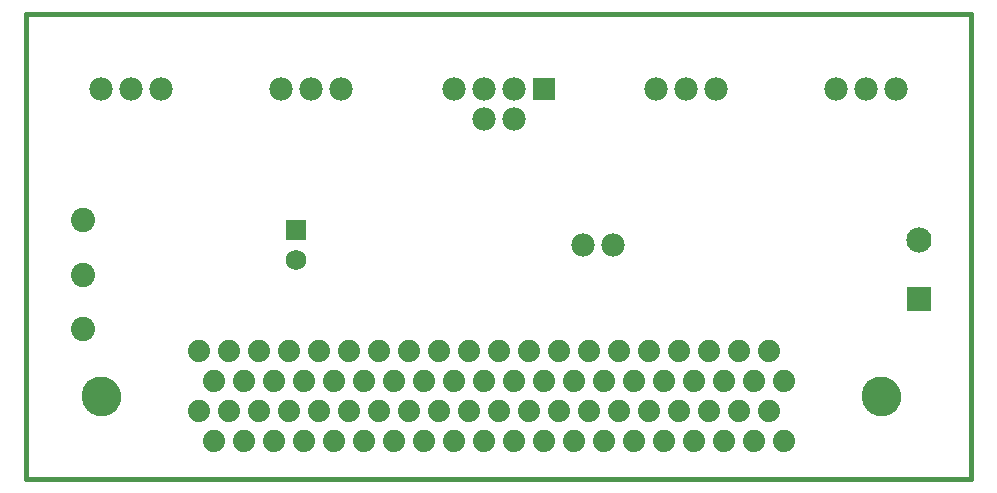
<source format=gbs>
G75*
%MOIN*%
%OFA0B0*%
%FSLAX25Y25*%
%IPPOS*%
%LPD*%
%AMOC8*
5,1,8,0,0,1.08239X$1,22.5*
%
%ADD10C,0.00000*%
%ADD11C,0.12998*%
%ADD12C,0.01600*%
%ADD13C,0.07800*%
%ADD14C,0.06900*%
%ADD15R,0.06900X0.06900*%
%ADD16R,0.07800X0.07800*%
%ADD17R,0.08400X0.08400*%
%ADD18C,0.08400*%
%ADD19C,0.08077*%
%ADD20C,0.07400*%
D10*
X0020501Y0029300D02*
X0020503Y0029458D01*
X0020509Y0029616D01*
X0020519Y0029774D01*
X0020533Y0029932D01*
X0020551Y0030089D01*
X0020572Y0030246D01*
X0020598Y0030402D01*
X0020628Y0030558D01*
X0020661Y0030713D01*
X0020699Y0030866D01*
X0020740Y0031019D01*
X0020785Y0031171D01*
X0020834Y0031322D01*
X0020887Y0031471D01*
X0020943Y0031619D01*
X0021003Y0031765D01*
X0021067Y0031910D01*
X0021135Y0032053D01*
X0021206Y0032195D01*
X0021280Y0032335D01*
X0021358Y0032472D01*
X0021440Y0032608D01*
X0021524Y0032742D01*
X0021613Y0032873D01*
X0021704Y0033002D01*
X0021799Y0033129D01*
X0021896Y0033254D01*
X0021997Y0033376D01*
X0022101Y0033495D01*
X0022208Y0033612D01*
X0022318Y0033726D01*
X0022431Y0033837D01*
X0022546Y0033946D01*
X0022664Y0034051D01*
X0022785Y0034153D01*
X0022908Y0034253D01*
X0023034Y0034349D01*
X0023162Y0034442D01*
X0023292Y0034532D01*
X0023425Y0034618D01*
X0023560Y0034702D01*
X0023696Y0034781D01*
X0023835Y0034858D01*
X0023976Y0034930D01*
X0024118Y0035000D01*
X0024262Y0035065D01*
X0024408Y0035127D01*
X0024555Y0035185D01*
X0024704Y0035240D01*
X0024854Y0035291D01*
X0025005Y0035338D01*
X0025157Y0035381D01*
X0025310Y0035420D01*
X0025465Y0035456D01*
X0025620Y0035487D01*
X0025776Y0035515D01*
X0025932Y0035539D01*
X0026089Y0035559D01*
X0026247Y0035575D01*
X0026404Y0035587D01*
X0026563Y0035595D01*
X0026721Y0035599D01*
X0026879Y0035599D01*
X0027037Y0035595D01*
X0027196Y0035587D01*
X0027353Y0035575D01*
X0027511Y0035559D01*
X0027668Y0035539D01*
X0027824Y0035515D01*
X0027980Y0035487D01*
X0028135Y0035456D01*
X0028290Y0035420D01*
X0028443Y0035381D01*
X0028595Y0035338D01*
X0028746Y0035291D01*
X0028896Y0035240D01*
X0029045Y0035185D01*
X0029192Y0035127D01*
X0029338Y0035065D01*
X0029482Y0035000D01*
X0029624Y0034930D01*
X0029765Y0034858D01*
X0029904Y0034781D01*
X0030040Y0034702D01*
X0030175Y0034618D01*
X0030308Y0034532D01*
X0030438Y0034442D01*
X0030566Y0034349D01*
X0030692Y0034253D01*
X0030815Y0034153D01*
X0030936Y0034051D01*
X0031054Y0033946D01*
X0031169Y0033837D01*
X0031282Y0033726D01*
X0031392Y0033612D01*
X0031499Y0033495D01*
X0031603Y0033376D01*
X0031704Y0033254D01*
X0031801Y0033129D01*
X0031896Y0033002D01*
X0031987Y0032873D01*
X0032076Y0032742D01*
X0032160Y0032608D01*
X0032242Y0032472D01*
X0032320Y0032335D01*
X0032394Y0032195D01*
X0032465Y0032053D01*
X0032533Y0031910D01*
X0032597Y0031765D01*
X0032657Y0031619D01*
X0032713Y0031471D01*
X0032766Y0031322D01*
X0032815Y0031171D01*
X0032860Y0031019D01*
X0032901Y0030866D01*
X0032939Y0030713D01*
X0032972Y0030558D01*
X0033002Y0030402D01*
X0033028Y0030246D01*
X0033049Y0030089D01*
X0033067Y0029932D01*
X0033081Y0029774D01*
X0033091Y0029616D01*
X0033097Y0029458D01*
X0033099Y0029300D01*
X0033097Y0029142D01*
X0033091Y0028984D01*
X0033081Y0028826D01*
X0033067Y0028668D01*
X0033049Y0028511D01*
X0033028Y0028354D01*
X0033002Y0028198D01*
X0032972Y0028042D01*
X0032939Y0027887D01*
X0032901Y0027734D01*
X0032860Y0027581D01*
X0032815Y0027429D01*
X0032766Y0027278D01*
X0032713Y0027129D01*
X0032657Y0026981D01*
X0032597Y0026835D01*
X0032533Y0026690D01*
X0032465Y0026547D01*
X0032394Y0026405D01*
X0032320Y0026265D01*
X0032242Y0026128D01*
X0032160Y0025992D01*
X0032076Y0025858D01*
X0031987Y0025727D01*
X0031896Y0025598D01*
X0031801Y0025471D01*
X0031704Y0025346D01*
X0031603Y0025224D01*
X0031499Y0025105D01*
X0031392Y0024988D01*
X0031282Y0024874D01*
X0031169Y0024763D01*
X0031054Y0024654D01*
X0030936Y0024549D01*
X0030815Y0024447D01*
X0030692Y0024347D01*
X0030566Y0024251D01*
X0030438Y0024158D01*
X0030308Y0024068D01*
X0030175Y0023982D01*
X0030040Y0023898D01*
X0029904Y0023819D01*
X0029765Y0023742D01*
X0029624Y0023670D01*
X0029482Y0023600D01*
X0029338Y0023535D01*
X0029192Y0023473D01*
X0029045Y0023415D01*
X0028896Y0023360D01*
X0028746Y0023309D01*
X0028595Y0023262D01*
X0028443Y0023219D01*
X0028290Y0023180D01*
X0028135Y0023144D01*
X0027980Y0023113D01*
X0027824Y0023085D01*
X0027668Y0023061D01*
X0027511Y0023041D01*
X0027353Y0023025D01*
X0027196Y0023013D01*
X0027037Y0023005D01*
X0026879Y0023001D01*
X0026721Y0023001D01*
X0026563Y0023005D01*
X0026404Y0023013D01*
X0026247Y0023025D01*
X0026089Y0023041D01*
X0025932Y0023061D01*
X0025776Y0023085D01*
X0025620Y0023113D01*
X0025465Y0023144D01*
X0025310Y0023180D01*
X0025157Y0023219D01*
X0025005Y0023262D01*
X0024854Y0023309D01*
X0024704Y0023360D01*
X0024555Y0023415D01*
X0024408Y0023473D01*
X0024262Y0023535D01*
X0024118Y0023600D01*
X0023976Y0023670D01*
X0023835Y0023742D01*
X0023696Y0023819D01*
X0023560Y0023898D01*
X0023425Y0023982D01*
X0023292Y0024068D01*
X0023162Y0024158D01*
X0023034Y0024251D01*
X0022908Y0024347D01*
X0022785Y0024447D01*
X0022664Y0024549D01*
X0022546Y0024654D01*
X0022431Y0024763D01*
X0022318Y0024874D01*
X0022208Y0024988D01*
X0022101Y0025105D01*
X0021997Y0025224D01*
X0021896Y0025346D01*
X0021799Y0025471D01*
X0021704Y0025598D01*
X0021613Y0025727D01*
X0021524Y0025858D01*
X0021440Y0025992D01*
X0021358Y0026128D01*
X0021280Y0026265D01*
X0021206Y0026405D01*
X0021135Y0026547D01*
X0021067Y0026690D01*
X0021003Y0026835D01*
X0020943Y0026981D01*
X0020887Y0027129D01*
X0020834Y0027278D01*
X0020785Y0027429D01*
X0020740Y0027581D01*
X0020699Y0027734D01*
X0020661Y0027887D01*
X0020628Y0028042D01*
X0020598Y0028198D01*
X0020572Y0028354D01*
X0020551Y0028511D01*
X0020533Y0028668D01*
X0020519Y0028826D01*
X0020509Y0028984D01*
X0020503Y0029142D01*
X0020501Y0029300D01*
X0280501Y0029300D02*
X0280503Y0029458D01*
X0280509Y0029616D01*
X0280519Y0029774D01*
X0280533Y0029932D01*
X0280551Y0030089D01*
X0280572Y0030246D01*
X0280598Y0030402D01*
X0280628Y0030558D01*
X0280661Y0030713D01*
X0280699Y0030866D01*
X0280740Y0031019D01*
X0280785Y0031171D01*
X0280834Y0031322D01*
X0280887Y0031471D01*
X0280943Y0031619D01*
X0281003Y0031765D01*
X0281067Y0031910D01*
X0281135Y0032053D01*
X0281206Y0032195D01*
X0281280Y0032335D01*
X0281358Y0032472D01*
X0281440Y0032608D01*
X0281524Y0032742D01*
X0281613Y0032873D01*
X0281704Y0033002D01*
X0281799Y0033129D01*
X0281896Y0033254D01*
X0281997Y0033376D01*
X0282101Y0033495D01*
X0282208Y0033612D01*
X0282318Y0033726D01*
X0282431Y0033837D01*
X0282546Y0033946D01*
X0282664Y0034051D01*
X0282785Y0034153D01*
X0282908Y0034253D01*
X0283034Y0034349D01*
X0283162Y0034442D01*
X0283292Y0034532D01*
X0283425Y0034618D01*
X0283560Y0034702D01*
X0283696Y0034781D01*
X0283835Y0034858D01*
X0283976Y0034930D01*
X0284118Y0035000D01*
X0284262Y0035065D01*
X0284408Y0035127D01*
X0284555Y0035185D01*
X0284704Y0035240D01*
X0284854Y0035291D01*
X0285005Y0035338D01*
X0285157Y0035381D01*
X0285310Y0035420D01*
X0285465Y0035456D01*
X0285620Y0035487D01*
X0285776Y0035515D01*
X0285932Y0035539D01*
X0286089Y0035559D01*
X0286247Y0035575D01*
X0286404Y0035587D01*
X0286563Y0035595D01*
X0286721Y0035599D01*
X0286879Y0035599D01*
X0287037Y0035595D01*
X0287196Y0035587D01*
X0287353Y0035575D01*
X0287511Y0035559D01*
X0287668Y0035539D01*
X0287824Y0035515D01*
X0287980Y0035487D01*
X0288135Y0035456D01*
X0288290Y0035420D01*
X0288443Y0035381D01*
X0288595Y0035338D01*
X0288746Y0035291D01*
X0288896Y0035240D01*
X0289045Y0035185D01*
X0289192Y0035127D01*
X0289338Y0035065D01*
X0289482Y0035000D01*
X0289624Y0034930D01*
X0289765Y0034858D01*
X0289904Y0034781D01*
X0290040Y0034702D01*
X0290175Y0034618D01*
X0290308Y0034532D01*
X0290438Y0034442D01*
X0290566Y0034349D01*
X0290692Y0034253D01*
X0290815Y0034153D01*
X0290936Y0034051D01*
X0291054Y0033946D01*
X0291169Y0033837D01*
X0291282Y0033726D01*
X0291392Y0033612D01*
X0291499Y0033495D01*
X0291603Y0033376D01*
X0291704Y0033254D01*
X0291801Y0033129D01*
X0291896Y0033002D01*
X0291987Y0032873D01*
X0292076Y0032742D01*
X0292160Y0032608D01*
X0292242Y0032472D01*
X0292320Y0032335D01*
X0292394Y0032195D01*
X0292465Y0032053D01*
X0292533Y0031910D01*
X0292597Y0031765D01*
X0292657Y0031619D01*
X0292713Y0031471D01*
X0292766Y0031322D01*
X0292815Y0031171D01*
X0292860Y0031019D01*
X0292901Y0030866D01*
X0292939Y0030713D01*
X0292972Y0030558D01*
X0293002Y0030402D01*
X0293028Y0030246D01*
X0293049Y0030089D01*
X0293067Y0029932D01*
X0293081Y0029774D01*
X0293091Y0029616D01*
X0293097Y0029458D01*
X0293099Y0029300D01*
X0293097Y0029142D01*
X0293091Y0028984D01*
X0293081Y0028826D01*
X0293067Y0028668D01*
X0293049Y0028511D01*
X0293028Y0028354D01*
X0293002Y0028198D01*
X0292972Y0028042D01*
X0292939Y0027887D01*
X0292901Y0027734D01*
X0292860Y0027581D01*
X0292815Y0027429D01*
X0292766Y0027278D01*
X0292713Y0027129D01*
X0292657Y0026981D01*
X0292597Y0026835D01*
X0292533Y0026690D01*
X0292465Y0026547D01*
X0292394Y0026405D01*
X0292320Y0026265D01*
X0292242Y0026128D01*
X0292160Y0025992D01*
X0292076Y0025858D01*
X0291987Y0025727D01*
X0291896Y0025598D01*
X0291801Y0025471D01*
X0291704Y0025346D01*
X0291603Y0025224D01*
X0291499Y0025105D01*
X0291392Y0024988D01*
X0291282Y0024874D01*
X0291169Y0024763D01*
X0291054Y0024654D01*
X0290936Y0024549D01*
X0290815Y0024447D01*
X0290692Y0024347D01*
X0290566Y0024251D01*
X0290438Y0024158D01*
X0290308Y0024068D01*
X0290175Y0023982D01*
X0290040Y0023898D01*
X0289904Y0023819D01*
X0289765Y0023742D01*
X0289624Y0023670D01*
X0289482Y0023600D01*
X0289338Y0023535D01*
X0289192Y0023473D01*
X0289045Y0023415D01*
X0288896Y0023360D01*
X0288746Y0023309D01*
X0288595Y0023262D01*
X0288443Y0023219D01*
X0288290Y0023180D01*
X0288135Y0023144D01*
X0287980Y0023113D01*
X0287824Y0023085D01*
X0287668Y0023061D01*
X0287511Y0023041D01*
X0287353Y0023025D01*
X0287196Y0023013D01*
X0287037Y0023005D01*
X0286879Y0023001D01*
X0286721Y0023001D01*
X0286563Y0023005D01*
X0286404Y0023013D01*
X0286247Y0023025D01*
X0286089Y0023041D01*
X0285932Y0023061D01*
X0285776Y0023085D01*
X0285620Y0023113D01*
X0285465Y0023144D01*
X0285310Y0023180D01*
X0285157Y0023219D01*
X0285005Y0023262D01*
X0284854Y0023309D01*
X0284704Y0023360D01*
X0284555Y0023415D01*
X0284408Y0023473D01*
X0284262Y0023535D01*
X0284118Y0023600D01*
X0283976Y0023670D01*
X0283835Y0023742D01*
X0283696Y0023819D01*
X0283560Y0023898D01*
X0283425Y0023982D01*
X0283292Y0024068D01*
X0283162Y0024158D01*
X0283034Y0024251D01*
X0282908Y0024347D01*
X0282785Y0024447D01*
X0282664Y0024549D01*
X0282546Y0024654D01*
X0282431Y0024763D01*
X0282318Y0024874D01*
X0282208Y0024988D01*
X0282101Y0025105D01*
X0281997Y0025224D01*
X0281896Y0025346D01*
X0281799Y0025471D01*
X0281704Y0025598D01*
X0281613Y0025727D01*
X0281524Y0025858D01*
X0281440Y0025992D01*
X0281358Y0026128D01*
X0281280Y0026265D01*
X0281206Y0026405D01*
X0281135Y0026547D01*
X0281067Y0026690D01*
X0281003Y0026835D01*
X0280943Y0026981D01*
X0280887Y0027129D01*
X0280834Y0027278D01*
X0280785Y0027429D01*
X0280740Y0027581D01*
X0280699Y0027734D01*
X0280661Y0027887D01*
X0280628Y0028042D01*
X0280598Y0028198D01*
X0280572Y0028354D01*
X0280551Y0028511D01*
X0280533Y0028668D01*
X0280519Y0028826D01*
X0280509Y0028984D01*
X0280503Y0029142D01*
X0280501Y0029300D01*
D11*
X0286800Y0029300D03*
X0026800Y0029300D03*
D12*
X0001800Y0001800D02*
X0001800Y0156800D01*
X0316800Y0156800D01*
X0316800Y0001800D01*
X0001800Y0001800D01*
D13*
X0187300Y0079800D03*
X0197300Y0079800D03*
X0164300Y0121800D03*
X0154300Y0121800D03*
X0154300Y0131800D03*
X0144300Y0131800D03*
X0164300Y0131800D03*
X0211800Y0131800D03*
X0221800Y0131800D03*
X0231800Y0131800D03*
X0271800Y0131800D03*
X0281800Y0131800D03*
X0291800Y0131800D03*
X0106800Y0131800D03*
X0096800Y0131800D03*
X0086800Y0131800D03*
X0046800Y0131800D03*
X0036800Y0131800D03*
X0026800Y0131800D03*
D14*
X0091800Y0074800D03*
D15*
X0091800Y0084800D03*
D16*
X0174300Y0131800D03*
D17*
X0299300Y0061800D03*
D18*
X0299300Y0081485D03*
D19*
X0020800Y0088020D03*
X0020800Y0069910D03*
X0020800Y0051800D03*
D20*
X0059300Y0044300D03*
X0069300Y0044300D03*
X0079300Y0044300D03*
X0089300Y0044300D03*
X0099300Y0044300D03*
X0109300Y0044300D03*
X0119300Y0044300D03*
X0129300Y0044300D03*
X0139300Y0044300D03*
X0149300Y0044300D03*
X0159300Y0044300D03*
X0169300Y0044300D03*
X0179300Y0044300D03*
X0189300Y0044300D03*
X0199300Y0044300D03*
X0209300Y0044300D03*
X0219300Y0044300D03*
X0229300Y0044300D03*
X0239300Y0044300D03*
X0249300Y0044300D03*
X0244300Y0034300D03*
X0234300Y0034300D03*
X0224300Y0034300D03*
X0214300Y0034300D03*
X0204300Y0034300D03*
X0194300Y0034300D03*
X0184300Y0034300D03*
X0174300Y0034300D03*
X0164300Y0034300D03*
X0154300Y0034300D03*
X0144300Y0034300D03*
X0134300Y0034300D03*
X0124300Y0034300D03*
X0114300Y0034300D03*
X0104300Y0034300D03*
X0094300Y0034300D03*
X0084300Y0034300D03*
X0074300Y0034300D03*
X0064300Y0034300D03*
X0059300Y0024300D03*
X0069300Y0024300D03*
X0079300Y0024300D03*
X0089300Y0024300D03*
X0099300Y0024300D03*
X0109300Y0024300D03*
X0119300Y0024300D03*
X0129300Y0024300D03*
X0139300Y0024300D03*
X0149300Y0024300D03*
X0159300Y0024300D03*
X0169300Y0024300D03*
X0179300Y0024300D03*
X0189300Y0024300D03*
X0199300Y0024300D03*
X0209300Y0024300D03*
X0219300Y0024300D03*
X0229300Y0024300D03*
X0239300Y0024300D03*
X0249300Y0024300D03*
X0244300Y0014300D03*
X0234300Y0014300D03*
X0224300Y0014300D03*
X0214300Y0014300D03*
X0204300Y0014300D03*
X0194300Y0014300D03*
X0184300Y0014300D03*
X0174300Y0014300D03*
X0164300Y0014300D03*
X0154300Y0014300D03*
X0144300Y0014300D03*
X0134300Y0014300D03*
X0124300Y0014300D03*
X0114300Y0014300D03*
X0104300Y0014300D03*
X0094300Y0014300D03*
X0084300Y0014300D03*
X0074300Y0014300D03*
X0064300Y0014300D03*
X0254300Y0014300D03*
X0254300Y0034300D03*
M02*

</source>
